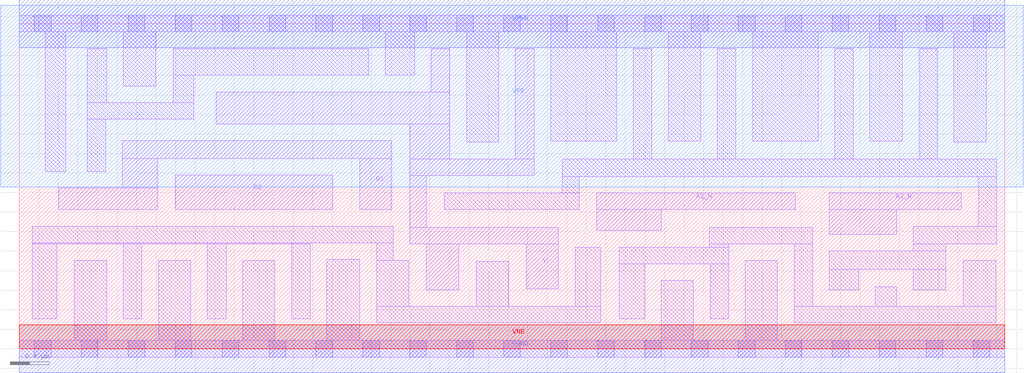
<source format=lef>
# Copyright 2020 The SkyWater PDK Authors
#
# Licensed under the Apache License, Version 2.0 (the "License");
# you may not use this file except in compliance with the License.
# You may obtain a copy of the License at
#
#     https://www.apache.org/licenses/LICENSE-2.0
#
# Unless required by applicable law or agreed to in writing, software
# distributed under the License is distributed on an "AS IS" BASIS,
# WITHOUT WARRANTIES OR CONDITIONS OF ANY KIND, either express or implied.
# See the License for the specific language governing permissions and
# limitations under the License.
#
# SPDX-License-Identifier: Apache-2.0

VERSION 5.7 ;
  NOWIREEXTENSIONATPIN ON ;
  DIVIDERCHAR "/" ;
  BUSBITCHARS "[]" ;
MACRO sky130_fd_sc_lp__o2bb2ai_4
  CLASS CORE ;
  FOREIGN sky130_fd_sc_lp__o2bb2ai_4 ;
  ORIGIN  0.000000  0.000000 ;
  SIZE  10.08000 BY  3.330000 ;
  SYMMETRY X Y R90 ;
  SITE unit ;
  PIN A1_N
    ANTENNAGATEAREA  1.260000 ;
    DIRECTION INPUT ;
    USE SIGNAL ;
    PORT
      LAYER li1 ;
        RECT 5.905000 1.210000 6.565000 1.425000 ;
        RECT 5.905000 1.425000 7.935000 1.595000 ;
    END
  END A1_N
  PIN A2_N
    ANTENNAGATEAREA  1.260000 ;
    DIRECTION INPUT ;
    USE SIGNAL ;
    PORT
      LAYER li1 ;
        RECT 8.285000 1.170000 8.975000 1.425000 ;
        RECT 8.285000 1.425000 9.635000 1.595000 ;
    END
  END A2_N
  PIN B1
    ANTENNAGATEAREA  1.260000 ;
    DIRECTION INPUT ;
    USE SIGNAL ;
    PORT
      LAYER li1 ;
        RECT 0.405000 1.425000 1.415000 1.645000 ;
        RECT 1.055000 1.645000 1.415000 1.950000 ;
        RECT 1.055000 1.950000 3.810000 2.130000 ;
        RECT 3.480000 1.425000 3.810000 1.950000 ;
    END
  END B1
  PIN B2
    ANTENNAGATEAREA  1.260000 ;
    DIRECTION INPUT ;
    USE SIGNAL ;
    PORT
      LAYER li1 ;
        RECT 1.595000 1.425000 3.205000 1.780000 ;
    END
  END B2
  PIN Y
    ANTENNADIFFAREA  1.965600 ;
    DIRECTION OUTPUT ;
    USE SIGNAL ;
    PORT
      LAYER li1 ;
        RECT 2.015000 2.300000 4.405000 2.630000 ;
        RECT 3.995000 1.075000 5.515000 1.245000 ;
        RECT 3.995000 1.245000 4.165000 1.775000 ;
        RECT 3.995000 1.775000 5.265000 1.945000 ;
        RECT 3.995000 1.945000 4.405000 2.300000 ;
        RECT 4.165000 0.605000 4.495000 1.075000 ;
        RECT 4.215000 2.630000 4.405000 3.075000 ;
        RECT 5.075000 1.945000 5.265000 3.075000 ;
        RECT 5.185000 0.615000 5.515000 1.075000 ;
    END
  END Y
  PIN VGND
    DIRECTION INOUT ;
    USE GROUND ;
    PORT
      LAYER met1 ;
        RECT 0.000000 -0.245000 10.080000 0.245000 ;
    END
  END VGND
  PIN VNB
    DIRECTION INOUT ;
    USE GROUND ;
    PORT
      LAYER pwell ;
        RECT 0.000000 0.000000 10.080000 0.245000 ;
    END
  END VNB
  PIN VPB
    DIRECTION INOUT ;
    USE POWER ;
    PORT
      LAYER nwell ;
        RECT -0.190000 1.655000 10.270000 3.520000 ;
    END
  END VPB
  PIN VPWR
    DIRECTION INOUT ;
    USE POWER ;
    PORT
      LAYER met1 ;
        RECT 0.000000 3.085000 10.080000 3.575000 ;
    END
  END VPWR
  OBS
    LAYER li1 ;
      RECT 0.000000 -0.085000 10.080000 0.085000 ;
      RECT 0.000000  3.245000 10.080000 3.415000 ;
      RECT 0.135000  0.305000  0.385000 1.075000 ;
      RECT 0.135000  1.075000  2.975000 1.085000 ;
      RECT 0.135000  1.085000  3.825000 1.255000 ;
      RECT 0.265000  1.815000  0.475000 3.245000 ;
      RECT 0.565000  0.085000  0.895000 0.905000 ;
      RECT 0.695000  1.815000  0.885000 2.350000 ;
      RECT 0.695000  2.350000  1.785000 2.520000 ;
      RECT 0.695000  2.520000  0.895000 3.075000 ;
      RECT 1.065000  0.305000  1.255000 1.075000 ;
      RECT 1.065000  2.690000  1.395000 3.245000 ;
      RECT 1.425000  0.085000  1.755000 0.905000 ;
      RECT 1.575000  2.520000  1.785000 2.800000 ;
      RECT 1.575000  2.800000  3.575000 3.075000 ;
      RECT 1.925000  0.305000  2.115000 1.075000 ;
      RECT 2.285000  0.085000  2.615000 0.905000 ;
      RECT 2.785000  0.305000  2.975000 1.075000 ;
      RECT 3.145000  0.085000  3.485000 0.915000 ;
      RECT 3.655000  0.265000  5.945000 0.435000 ;
      RECT 3.655000  0.435000  3.985000 0.905000 ;
      RECT 3.655000  0.905000  3.825000 1.085000 ;
      RECT 3.745000  2.800000  4.045000 3.245000 ;
      RECT 4.345000  1.425000  5.725000 1.595000 ;
      RECT 4.575000  2.115000  4.905000 3.245000 ;
      RECT 4.675000  0.435000  5.005000 0.895000 ;
      RECT 5.435000  2.125000  6.110000 3.245000 ;
      RECT 5.555000  1.595000  5.725000 1.765000 ;
      RECT 5.555000  1.765000  9.995000 1.945000 ;
      RECT 5.685000  0.435000  5.945000 1.040000 ;
      RECT 6.135000  0.305000  6.395000 0.870000 ;
      RECT 6.135000  0.870000  7.255000 1.040000 ;
      RECT 6.280000  1.945000  6.470000 3.075000 ;
      RECT 6.565000  0.085000  6.895000 0.700000 ;
      RECT 6.640000  2.125000  6.970000 3.245000 ;
      RECT 7.055000  1.040000  7.255000 1.075000 ;
      RECT 7.055000  1.075000  8.115000 1.245000 ;
      RECT 7.065000  0.305000  7.255000 0.870000 ;
      RECT 7.140000  1.945000  7.330000 3.075000 ;
      RECT 7.425000  0.085000  7.755000 0.905000 ;
      RECT 7.500000  2.125000  8.170000 3.245000 ;
      RECT 7.925000  0.265000  9.985000 0.435000 ;
      RECT 7.925000  0.435000  8.115000 1.075000 ;
      RECT 8.285000  0.605000  8.585000 0.815000 ;
      RECT 8.285000  0.815000  9.475000 1.000000 ;
      RECT 8.340000  1.945000  8.530000 3.075000 ;
      RECT 8.700000  2.125000  9.030000 3.245000 ;
      RECT 8.755000  0.435000  8.975000 0.635000 ;
      RECT 9.145000  0.605000  9.475000 0.815000 ;
      RECT 9.145000  1.000000  9.475000 1.075000 ;
      RECT 9.145000  1.075000  9.995000 1.255000 ;
      RECT 9.210000  1.945000  9.390000 3.075000 ;
      RECT 9.560000  2.115000  9.890000 3.245000 ;
      RECT 9.655000  0.435000  9.985000 0.905000 ;
      RECT 9.815000  1.255000  9.995000 1.765000 ;
    LAYER mcon ;
      RECT 0.155000 -0.085000 0.325000 0.085000 ;
      RECT 0.155000  3.245000 0.325000 3.415000 ;
      RECT 0.635000 -0.085000 0.805000 0.085000 ;
      RECT 0.635000  3.245000 0.805000 3.415000 ;
      RECT 1.115000 -0.085000 1.285000 0.085000 ;
      RECT 1.115000  3.245000 1.285000 3.415000 ;
      RECT 1.595000 -0.085000 1.765000 0.085000 ;
      RECT 1.595000  3.245000 1.765000 3.415000 ;
      RECT 2.075000 -0.085000 2.245000 0.085000 ;
      RECT 2.075000  3.245000 2.245000 3.415000 ;
      RECT 2.555000 -0.085000 2.725000 0.085000 ;
      RECT 2.555000  3.245000 2.725000 3.415000 ;
      RECT 3.035000 -0.085000 3.205000 0.085000 ;
      RECT 3.035000  3.245000 3.205000 3.415000 ;
      RECT 3.515000 -0.085000 3.685000 0.085000 ;
      RECT 3.515000  3.245000 3.685000 3.415000 ;
      RECT 3.995000 -0.085000 4.165000 0.085000 ;
      RECT 3.995000  3.245000 4.165000 3.415000 ;
      RECT 4.475000 -0.085000 4.645000 0.085000 ;
      RECT 4.475000  3.245000 4.645000 3.415000 ;
      RECT 4.955000 -0.085000 5.125000 0.085000 ;
      RECT 4.955000  3.245000 5.125000 3.415000 ;
      RECT 5.435000 -0.085000 5.605000 0.085000 ;
      RECT 5.435000  3.245000 5.605000 3.415000 ;
      RECT 5.915000 -0.085000 6.085000 0.085000 ;
      RECT 5.915000  3.245000 6.085000 3.415000 ;
      RECT 6.395000 -0.085000 6.565000 0.085000 ;
      RECT 6.395000  3.245000 6.565000 3.415000 ;
      RECT 6.875000 -0.085000 7.045000 0.085000 ;
      RECT 6.875000  3.245000 7.045000 3.415000 ;
      RECT 7.355000 -0.085000 7.525000 0.085000 ;
      RECT 7.355000  3.245000 7.525000 3.415000 ;
      RECT 7.835000 -0.085000 8.005000 0.085000 ;
      RECT 7.835000  3.245000 8.005000 3.415000 ;
      RECT 8.315000 -0.085000 8.485000 0.085000 ;
      RECT 8.315000  3.245000 8.485000 3.415000 ;
      RECT 8.795000 -0.085000 8.965000 0.085000 ;
      RECT 8.795000  3.245000 8.965000 3.415000 ;
      RECT 9.275000 -0.085000 9.445000 0.085000 ;
      RECT 9.275000  3.245000 9.445000 3.415000 ;
      RECT 9.755000 -0.085000 9.925000 0.085000 ;
      RECT 9.755000  3.245000 9.925000 3.415000 ;
  END
END sky130_fd_sc_lp__o2bb2ai_4
END LIBRARY

</source>
